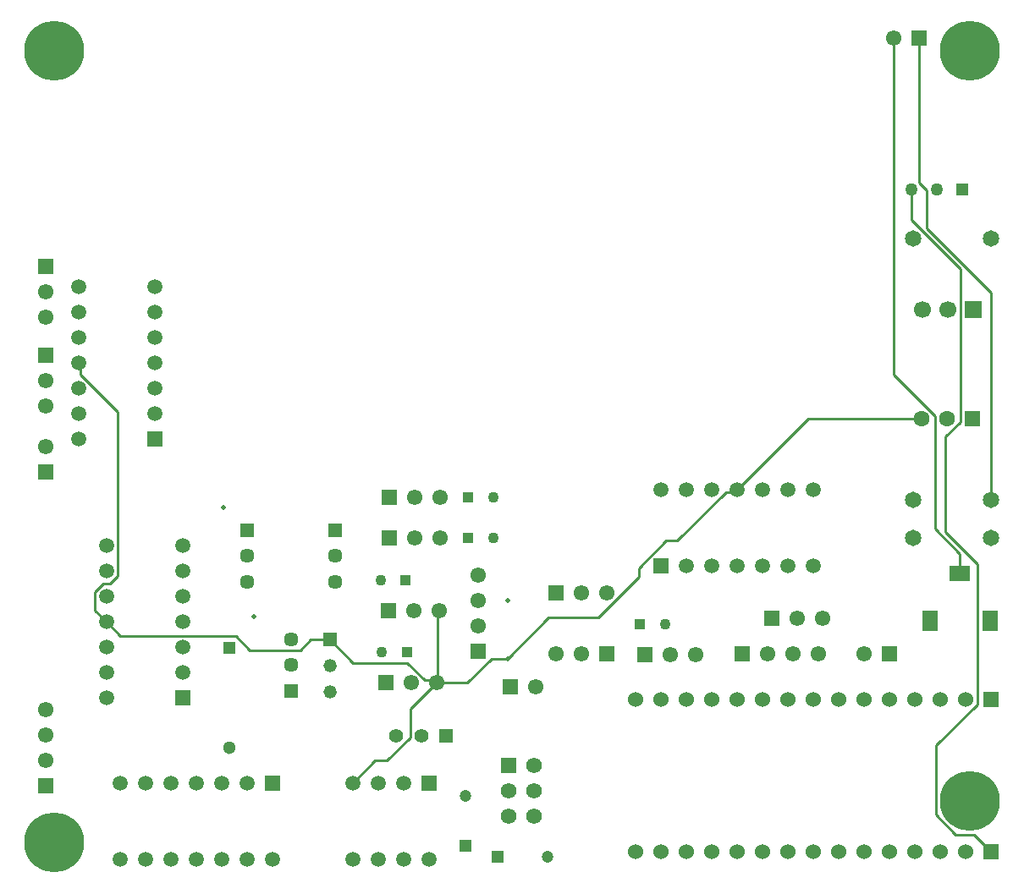
<source format=gbl>
G04*
G04 #@! TF.GenerationSoftware,Altium Limited,Altium Designer,24.6.1 (21)*
G04*
G04 Layer_Physical_Order=4*
G04 Layer_Color=16711680*
%FSLAX44Y44*%
%MOMM*%
G71*
G04*
G04 #@! TF.SameCoordinates,44A1DD27-CD51-42AF-A16C-F6F8CAE25C75*
G04*
G04*
G04 #@! TF.FilePolarity,Positive*
G04*
G01*
G75*
%ADD12C,0.2540*%
%ADD60C,1.5500*%
%ADD61R,1.5500X1.5500*%
%ADD63R,1.4500X1.4500*%
%ADD64C,1.4500*%
%ADD68R,1.5500X1.5500*%
%ADD69C,1.1000*%
%ADD70R,1.1000X1.1000*%
%ADD71C,1.2000*%
%ADD72R,1.2000X1.2000*%
%ADD73C,1.5700*%
%ADD74R,1.5700X1.5700*%
%ADD78R,1.2700X1.2700*%
%ADD79C,1.2700*%
%ADD80R,1.2000X1.2000*%
%ADD81C,1.4000*%
%ADD82R,1.4000X1.4000*%
%ADD83C,1.3208*%
%ADD84R,1.3208X1.3208*%
%ADD85C,1.3000*%
%ADD86R,1.3000X1.3000*%
%ADD87C,1.5300*%
%ADD88R,1.5300X1.5300*%
%ADD89C,5.9944*%
%ADD90C,1.6500*%
%ADD91R,2.1000X1.5000*%
%ADD92R,1.5000X2.1000*%
%ADD93R,1.6000X1.6000*%
%ADD94C,1.6000*%
%ADD95C,0.5000*%
%ADD96R,1.5000X1.5000*%
%ADD97C,1.5000*%
%ADD98R,1.5000X1.5000*%
%ADD99R,1.7000X1.7000*%
%ADD100C,1.7000*%
D12*
X1330990Y179403D02*
Y319714D01*
X1313660Y309890D02*
Y329860D01*
X1288670Y354850D02*
X1313660Y329860D01*
X1288670Y354850D02*
Y467932D01*
X1247140Y509462D02*
X1288670Y467932D01*
X1247140Y509462D02*
Y845820D01*
X1299350Y351354D02*
Y446988D01*
Y351354D02*
X1330990Y319714D01*
X1299350Y446988D02*
X1314060Y461698D01*
Y614715D01*
X1344560Y383540D02*
Y591400D01*
X1280160Y655800D02*
X1344560Y591400D01*
X1272540Y701438D02*
X1280160Y693818D01*
Y655800D02*
Y693818D01*
X1272540Y701438D02*
Y845820D01*
X448430Y272930D02*
Y291705D01*
X456445Y299720D02*
X463035D01*
X471050Y307735D01*
Y472045D01*
X448430Y272930D02*
X459740Y261620D01*
X433705Y509390D02*
X471050Y472045D01*
X448430Y291705D02*
X456445Y299720D01*
X433705Y509390D02*
Y518795D01*
X431800Y520700D02*
X433705Y518795D01*
X459740Y261620D02*
X473830Y247530D01*
X589208D01*
X603358Y233380D02*
X653737D01*
X589208Y247530D02*
X603358Y233380D01*
X653737D02*
X664197Y243840D01*
X683610D01*
X763890Y146222D02*
Y174610D01*
X789940Y200660D01*
X706120Y100330D02*
X728568Y122778D01*
X740446D01*
X763890Y146222D01*
X683610Y243840D02*
X706627Y220823D01*
X760725D01*
X778409Y203140D01*
X787460D01*
X789940Y200660D01*
X791210Y201930D02*
Y271780D01*
X789940Y200660D02*
X791210Y201930D01*
Y271780D02*
X792480Y273050D01*
X820988Y200660D02*
X845118Y224790D01*
X861060D01*
X789940Y200660D02*
X820988D01*
X902288Y266018D02*
X951656D01*
X992414Y306775D01*
Y315572D01*
X1019919Y343077D02*
X1030902D01*
X1079620Y391795D01*
X861060Y224790D02*
X902288Y266018D01*
X1079620Y391795D02*
X1089025D01*
X992414Y315572D02*
X1019919Y343077D01*
X1089025Y391795D02*
X1090930Y393700D01*
X1162050Y464820D02*
X1275080D01*
X1090930Y393700D02*
X1162050Y464820D01*
X1327912Y48768D02*
X1344930Y31750D01*
X1309347Y48768D02*
X1327912D01*
X1289558Y68557D02*
X1309347Y48768D01*
X1289558Y137971D02*
X1330990Y179403D01*
X1289558Y68557D02*
Y137971D01*
X1264920Y663855D02*
X1314060Y614715D01*
X1264920Y663855D02*
Y694690D01*
D60*
X1247140Y845820D02*
D03*
X398780Y566420D02*
D03*
Y591820D02*
D03*
Y436880D02*
D03*
X960120Y290830D02*
D03*
X934720D02*
D03*
X768350Y345440D02*
D03*
X793750D02*
D03*
X767080Y273050D02*
D03*
X792480D02*
D03*
X789940Y200660D02*
D03*
X764540D02*
D03*
X793750Y386080D02*
D03*
X768350D02*
D03*
X831850Y308610D02*
D03*
Y283210D02*
D03*
Y257810D02*
D03*
X1049020Y228600D02*
D03*
X1023620D02*
D03*
X1217930Y229870D02*
D03*
X398780Y123190D02*
D03*
Y148590D02*
D03*
Y173990D02*
D03*
X889000Y196850D02*
D03*
X1172210Y229870D02*
D03*
X1146810D02*
D03*
X1121410D02*
D03*
X398780Y502920D02*
D03*
Y477520D02*
D03*
X934720Y229870D02*
D03*
X909320D02*
D03*
X1150620Y265430D02*
D03*
X1176020D02*
D03*
D61*
X398780Y617220D02*
D03*
Y411480D02*
D03*
X831850Y232410D02*
D03*
X398780Y97790D02*
D03*
Y528320D02*
D03*
D63*
X688350Y353660D02*
D03*
X644240Y192440D02*
D03*
X600720Y353660D02*
D03*
D64*
X688350Y327660D02*
D03*
Y301660D02*
D03*
X644240Y218440D02*
D03*
Y244440D02*
D03*
X600720Y301660D02*
D03*
Y327660D02*
D03*
D68*
X1272540Y845820D02*
D03*
X909320Y290830D02*
D03*
X742950Y345440D02*
D03*
X741680Y273050D02*
D03*
X739140Y200660D02*
D03*
X742950Y386080D02*
D03*
X998220Y228600D02*
D03*
X1243330Y229870D02*
D03*
X863600Y196850D02*
D03*
X1096010Y229870D02*
D03*
X960120D02*
D03*
X1125220Y265430D02*
D03*
D69*
X1018540Y259080D02*
D03*
X846890Y345440D02*
D03*
Y386080D02*
D03*
X735330Y231140D02*
D03*
X734260Y303530D02*
D03*
D70*
X993540Y259080D02*
D03*
X821890Y345440D02*
D03*
Y386080D02*
D03*
X760330Y231140D02*
D03*
X759260Y303530D02*
D03*
D71*
X819150Y87230D02*
D03*
X901300Y26670D02*
D03*
D72*
X819150Y37230D02*
D03*
D73*
X887730Y67310D02*
D03*
Y92710D02*
D03*
Y118110D02*
D03*
X862330Y67310D02*
D03*
Y92710D02*
D03*
D74*
Y118110D02*
D03*
D78*
X1315720Y694690D02*
D03*
D79*
X1290320D02*
D03*
X1264920D02*
D03*
D80*
X851300Y26670D02*
D03*
D81*
X749700Y147320D02*
D03*
X774700D02*
D03*
D82*
X799700D02*
D03*
D83*
X683610Y191840D02*
D03*
Y217840D02*
D03*
D84*
Y243840D02*
D03*
D85*
X582930Y135420D02*
D03*
D86*
Y235420D02*
D03*
D87*
X989330Y31750D02*
D03*
Y184150D02*
D03*
X1014730Y31750D02*
D03*
Y184150D02*
D03*
X1040130Y31750D02*
D03*
Y184150D02*
D03*
X1065530Y31750D02*
D03*
Y184150D02*
D03*
X1090930Y31750D02*
D03*
Y184150D02*
D03*
X1116330Y31750D02*
D03*
Y184150D02*
D03*
X1141730Y31750D02*
D03*
Y184150D02*
D03*
X1167130Y31750D02*
D03*
Y184150D02*
D03*
X1192530Y31750D02*
D03*
Y184150D02*
D03*
X1217930Y31750D02*
D03*
Y184150D02*
D03*
X1243330Y31750D02*
D03*
Y184150D02*
D03*
X1268730Y31750D02*
D03*
Y184150D02*
D03*
X1294130Y31750D02*
D03*
Y184150D02*
D03*
X1319530Y31750D02*
D03*
Y184150D02*
D03*
D88*
X1344930Y31750D02*
D03*
Y184150D02*
D03*
D89*
X1323340Y82550D02*
D03*
Y833120D02*
D03*
X407670D02*
D03*
Y40640D02*
D03*
D90*
X1344560Y383540D02*
D03*
X1266560D02*
D03*
X1344560Y345440D02*
D03*
X1266560D02*
D03*
X1344560Y645160D02*
D03*
X1266560D02*
D03*
D91*
X1313660Y309890D02*
D03*
D92*
X1343660Y262890D02*
D03*
X1283660D02*
D03*
D93*
X1325880Y464820D02*
D03*
D94*
X1300480D02*
D03*
X1275080D02*
D03*
D95*
X576580Y375920D02*
D03*
X607060Y266700D02*
D03*
X861060Y283210D02*
D03*
Y224790D02*
D03*
D96*
X508000Y444500D02*
D03*
X535940Y185420D02*
D03*
D97*
X508000Y469900D02*
D03*
Y495300D02*
D03*
Y520700D02*
D03*
Y546100D02*
D03*
Y571500D02*
D03*
Y596900D02*
D03*
X431800Y444500D02*
D03*
Y469900D02*
D03*
Y495300D02*
D03*
Y520700D02*
D03*
Y546100D02*
D03*
Y571500D02*
D03*
Y596900D02*
D03*
X1167130Y393700D02*
D03*
X1141730D02*
D03*
X1116330D02*
D03*
X1090930D02*
D03*
X1065530D02*
D03*
X1040130D02*
D03*
X1014730D02*
D03*
X1167130Y317500D02*
D03*
X1141730D02*
D03*
X1116330D02*
D03*
X1090930D02*
D03*
X1065530D02*
D03*
X1040130D02*
D03*
X473710Y24130D02*
D03*
X499110D02*
D03*
X524510D02*
D03*
X549910D02*
D03*
X575310D02*
D03*
X600710D02*
D03*
X626110D02*
D03*
X499110Y100330D02*
D03*
X524510D02*
D03*
X549910D02*
D03*
X575310D02*
D03*
X600710D02*
D03*
X473710D02*
D03*
X756920D02*
D03*
X731520D02*
D03*
X706120D02*
D03*
X782320Y24130D02*
D03*
X756920D02*
D03*
X731520D02*
D03*
X706120D02*
D03*
X459740Y337820D02*
D03*
Y312420D02*
D03*
Y287020D02*
D03*
Y261620D02*
D03*
Y236220D02*
D03*
Y210820D02*
D03*
Y185420D02*
D03*
X535940Y337820D02*
D03*
Y312420D02*
D03*
Y287020D02*
D03*
Y261620D02*
D03*
Y236220D02*
D03*
Y210820D02*
D03*
D98*
X1014730Y317500D02*
D03*
X626110Y100330D02*
D03*
X782320D02*
D03*
D99*
X1327150Y574040D02*
D03*
D100*
X1301750D02*
D03*
X1276350D02*
D03*
M02*

</source>
